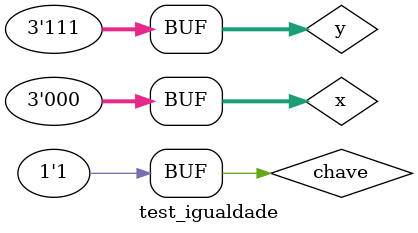
<source format=v>

module igualdade (output s,input[2:0] a,input[2:0] b);
	wire s1, s2, s3;
	
	xnor xnor1(s1, a[0],b[0]);
	xnor xnor2(s2, a[1],b[1]);
	xnor xnor3(s3, a[2],b[2]);
	
	and and4(s, s1,s2,s3);
	
endmodule

// -------------------------
// desigualdade
// -------------------------
module desigualdade (output s,input[2:0] a,input[2:0] b);
	wire s1, s2, s3;
	
	xor xor1(s1, a[0],b[0]);
	xor xor2(s2, a[1],b[1]);
	xor xor3(s3, a[2],b[2]);
	
	or or4(s, s1,s2,s3);
	
endmodule

module AU(output s,input[2:0] a,input[2:0] b,input chave);
	wire s1, s2;
	
	igualdade ig1(s1,a,b);
	desigualdade di1(s2,a,b);
	
	assign s = chave? s2: s1;
endmodule

module test_igualdade;
	// ------------------------- definir dados
	reg [2:0] x;
	reg [2:0] y;
	reg chave;
	wire resultado;
	
	AU au1(resultado, x, y, chave);
	// ------------------------- parte principal
	initial begin
		$display("Exemplo0027 - Marcio Enio Gonçalves Dutra Junior - 441698");
		$display("Test");
		
		chave = 0;
		#1 x = 3'b000; y = 3'b000;
		
		$monitor ("%b == %b = %b",x,y,resultado);
		#1 x = 3'b000; y = 3'b001;
		#1 x = 3'b010; y = 3'b010;
		#1 x = 3'b001; y = 3'b011;
		#1 x = 3'b001; y = 3'b100;
		#1 x = 3'b000; y = 3'b101;
		#1 x = 3'b110; y = 3'b110;
		#1 x = 3'b000; y = 3'b111;
		$monitor ("%b =! %b = %b",x,y,resultado);
		chave = 1;
		#1 x = 3'b000; y = 3'b000;
		#1 x = 3'b000; y = 3'b001;
		#1 x = 3'b010; y = 3'b010;
		#1 x = 3'b001; y = 3'b011;
		#1 x = 3'b001; y = 3'b100;
		#1 x = 3'b000; y = 3'b101;
		#1 x = 3'b110; y = 3'b110;
		#1 x = 3'b000; y = 3'b111;
	end
endmodule // test_igualdade


</source>
